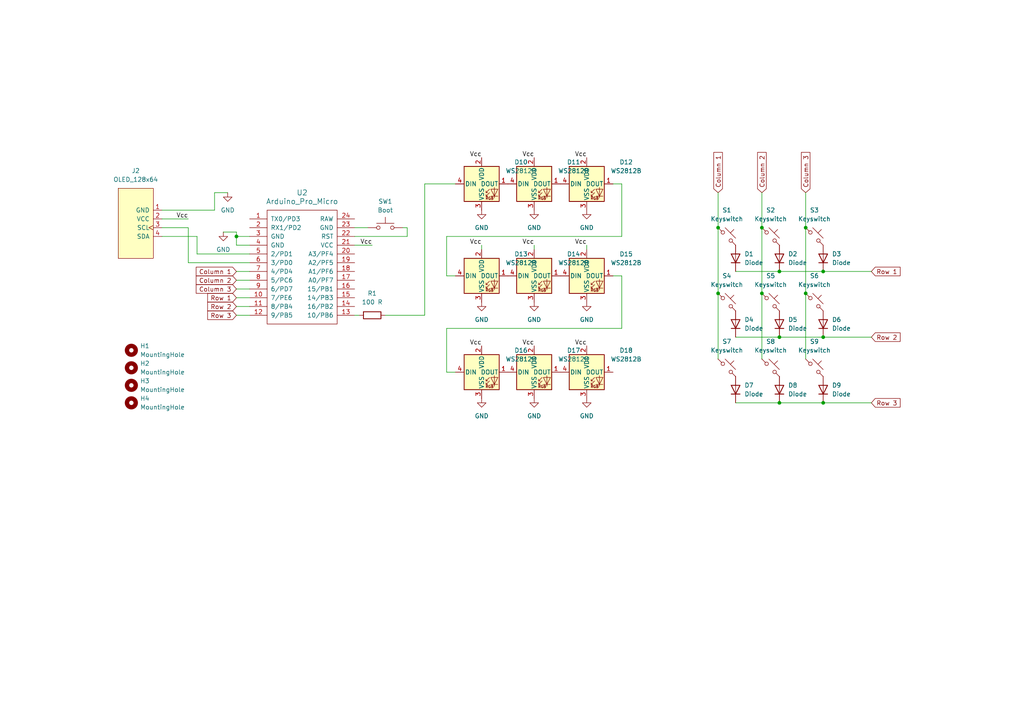
<source format=kicad_sch>
(kicad_sch (version 20231120) (generator "eeschema") (generator_version "8.0")
  (paper "A4")
  (lib_symbols
    (symbol "Device:R" (pin_numbers hide) (pin_names (offset 0))
      (property "Reference" "R" (at 2.032 0 90))
      (property "Value" "R" (at 0 0 90))
      (symbol "R_0_1"
        (rectangle (start -1.016 -2.54) (end 1.016 2.54) (stroke (width 0.254)))
      )
      (symbol "R_1_1"
        (pin passive line (at 0 3.81 270) (length 1.27) (name "~") (number "1"))
        (pin passive line (at 0 -3.81 90) (length 1.27) (name "~") (number "2"))
      )
    )
    (symbol "Mechanical:MountingHole" (pin_names (offset 1.016)) (exclude_from_sim yes) (in_bom no)
      (property "Reference" "H" (at 0 5.08 0))
      (property "Value" "MountingHole" (at 0 3.175 0))
      (symbol "MountingHole_0_1"
        (circle (center 0 0) (radius 1.27) (stroke (width 1.27)))
      )
    )
    (symbol "ScottoKeebs:MCU_Arduino_Pro_Micro" (pin_names (offset 1.016))
      (property "Reference" "U" (at 0 0 0))
      (property "Value" "Arduino_Pro_Micro" (at 0 -19.05 0))
      (symbol "MCU_Arduino_Pro_Micro_0_1"
        (rectangle (start -10.16 16.51) (end 10.16 -16.51))
      )
      (symbol "MCU_Arduino_Pro_Micro_1_1"
        (pin input line (at -15.24 13.97 0) (length 5.08) (name "TX0/PD3") (number "1"))
        (pin input line (at -15.24 -8.89 0) (length 5.08) (name "7/PE6") (number "10"))
        (pin input line (at -15.24 -11.43 0) (length 5.08) (name "8/PB4") (number "11"))
        (pin input line (at -15.24 -13.97 0) (length 5.08) (name "9/PB5") (number "12"))
        (pin input line (at 15.24 -13.97 180) (length 5.08) (name "10/PB6") (number "13"))
        (pin input line (at 15.24 -11.43 180) (length 5.08) (name "16/PB2") (number "14"))
        (pin input line (at 15.24 -8.89 180) (length 5.08) (name "14/PB3") (number "15"))
        (pin input line (at 15.24 -6.35 180) (length 5.08) (name "15/PB1") (number "16"))
        (pin input line (at 15.24 -3.81 180) (length 5.08) (name "A0/PF7") (number "17"))
        (pin input line (at 15.24 -1.27 180) (length 5.08) (name "A1/PF6") (number "18"))
        (pin input line (at 15.24 1.27 180) (length 5.08) (name "A2/PF5") (number "19"))
        (pin input line (at -15.24 11.43 0) (length 5.08) (name "RX1/PD2") (number "2"))
        (pin input line (at 15.24 3.81 180) (length 5.08) (name "A3/PF4") (number "20"))
        (pin input line (at 15.24 6.35 180) (length 5.08) (name "VCC") (number "21"))
        (pin input line (at 15.24 8.89 180) (length 5.08) (name "RST") (number "22"))
        (pin input line (at 15.24 11.43 180) (length 5.08) (name "GND") (number "23"))
        (pin input line (at 15.24 13.97 180) (length 5.08) (name "RAW") (number "24"))
        (pin input line (at -15.24 8.89 0) (length 5.08) (name "GND") (number "3"))
        (pin input line (at -15.24 6.35 0) (length 5.08) (name "GND") (number "4"))
        (pin input line (at -15.24 3.81 0) (length 5.08) (name "2/PD1") (number "5"))
        (pin input line (at -15.24 1.27 0) (length 5.08) (name "3/PD0") (number "6"))
        (pin input line (at -15.24 -1.27 0) (length 5.08) (name "4/PD4") (number "7"))
        (pin input line (at -15.24 -3.81 0) (length 5.08) (name "5/PC6") (number "8"))
        (pin input line (at -15.24 -6.35 0) (length 5.08) (name "6/PD7") (number "9"))
      )
    )
    (symbol "ScottoKeebs:OLED_128x64" (pin_names (offset 1.016))
      (property "Reference" "J" (at 0 -11.43 0))
      (property "Value" "OLED_128x64" (at 0 -7.62 0))
      (symbol "OLED_128x64_0_1"
        (rectangle (start 10.16 -10.16) (end -10.16 0) (fill (type background)))
      )
      (symbol "OLED_128x64_1_1"
        (pin power_in line (at -3.81 2.54 270) (length 2.54) (name "GND") (number "1"))
        (pin power_in line (at -1.27 2.54 270) (length 2.54) (name "VCC") (number "2"))
        (pin input clock (at 1.27 2.54 270) (length 2.54) (name "SCL") (number "3"))
        (pin bidirectional line (at 3.81 2.54 270) (length 2.54) (name "SDA") (number "4"))
      )
    )
    (symbol "ScottoKeebs:Placeholder_Diode" (pin_numbers hide) (pin_names hide)
      (property "Reference" "D" (at 0 2.54 0))
      (property "Value" "Diode" (at 0 -2.54 0))
      (symbol "Placeholder_Diode_0_1"
        (polyline (pts (xy -1.27 1.27) (xy -1.27 -1.27)) (stroke (width 0.254)))
        (polyline (pts (xy 1.27 0) (xy -1.27 0)))
        (polyline (pts (xy 1.27 1.27) (xy 1.27 -1.27) (xy -1.27 0) (xy 1.27 1.27)) (stroke (width 0.254)))
      )
      (symbol "Placeholder_Diode_1_1"
        (pin passive line (at -3.81 0 0) (length 2.54) (name "K") (number "1"))
        (pin passive line (at 3.81 0 180) (length 2.54) (name "A") (number "2"))
      )
    )
    (symbol "ScottoKeebs:Placeholder_Keyswitch" (pin_numbers hide) (pin_names (offset 1.016) hide)
      (property "Reference" "S" (at 3.048 1.016 0))
      (property "Value" "Keyswitch" (at 0 -3.81 0))
      (symbol "Placeholder_Keyswitch_0_1"
        (circle (center -1.1684 1.1684) (radius 0.508))
        (polyline (pts (xy -0.508 2.54) (xy 2.54 -0.508)))
        (polyline (pts (xy 1.016 1.016) (xy 2.032 2.032)))
        (polyline (pts (xy -2.54 2.54) (xy -1.524 1.524) (xy -1.524 1.524)))
        (polyline (pts (xy 1.524 -1.524) (xy 2.54 -2.54) (xy 2.54 -2.54) (xy 2.54 -2.54)))
        (circle (center 1.143 -1.1938) (radius 0.508))
        (pin passive line (at -2.54 2.54 0) (length 0) (name "1") (number "1"))
        (pin passive line (at 2.54 -2.54 180) (length 0) (name "2") (number "2"))
      )
    )
    (symbol "Soso_RGB LED 1.6x1.5mm:WS2812B" (pin_names (offset 0.254))
      (property "Reference" "D" (at 5.08 5.715 0))
      (property "Value" "WS2812B" (at 1.27 -5.715 0))
      (symbol "WS2812B_0_0"
        (text "RGB" (at 2.286 -4.191 0) (effects (font (size 0.762 0.762))))
      )
      (symbol "WS2812B_0_1"
        (polyline (pts (xy 1.27 -3.556) (xy 1.778 -3.556)))
        (polyline (pts (xy 1.27 -2.54) (xy 1.778 -2.54)))
        (polyline (pts (xy 4.699 -3.556) (xy 2.667 -3.556)))
        (polyline (pts (xy 2.286 -2.54) (xy 1.27 -3.556) (xy 1.27 -3.048)))
        (polyline (pts (xy 2.286 -1.524) (xy 1.27 -2.54) (xy 1.27 -2.032)))
        (polyline (pts (xy 3.683 -1.016) (xy 3.683 -3.556) (xy 3.683 -4.064)))
        (polyline (pts (xy 4.699 -1.524) (xy 2.667 -1.524) (xy 3.683 -3.556) (xy 4.699 -1.524)))
        (rectangle (start 5.08 5.08) (end -5.08 -5.08) (stroke (width 0.254)) (fill (type background)))
      )
      (symbol "WS2812B_1_1"
        (pin output line (at 7.62 0 180) (length 2.54) (name "DOUT") (number "1"))
        (pin power_in line (at 0 7.62 270) (length 2.54) (name "VDD") (number "2"))
        (pin power_in line (at 0 -7.62 90) (length 2.54) (name "VSS") (number "3"))
        (pin input line (at -7.62 0 0) (length 2.54) (name "DIN") (number "4"))
      )
    )
    (symbol "Switch:SW_Push" (pin_numbers hide) (pin_names (offset 1.016) hide)
      (property "Reference" "SW" (at 1.27 2.54 0))
      (property "Value" "SW_Push" (at 0 -1.524 0))
      (symbol "SW_Push_0_1"
        (circle (center -2.032 0) (radius 0.508))
        (polyline (pts (xy 0 1.27) (xy 0 3.048)))
        (polyline (pts (xy 2.54 1.27) (xy -2.54 1.27)))
        (circle (center 2.032 0) (radius 0.508))
        (pin passive line (at -5.08 0 0) (length 2.54) (name "1") (number "1"))
        (pin passive line (at 5.08 0 180) (length 2.54) (name "2") (number "2"))
      )
    )
    (symbol "power:GND" (power) (pin_numbers hide) (pin_names (offset 0) hide)
      (property "Value" "GND" (at 0 -3.81 0))
      (symbol "GND_0_1"
        (polyline (pts (xy 0 0) (xy 0 -1.27) (xy 1.27 -1.27) (xy 0 -2.54) (xy -1.27 -1.27) (xy 0 -1.27)))
      )
      (symbol "GND_1_1"
        (pin power_in line (at 0 0 270) (length 0) (name "~") (number "1"))
      )
    )
  )
  (junction (at 220.98 85.09))
  (junction (at 226.06 116.84))
  (junction (at 238.76 78.74))
  (junction (at 208.28 66.04))
  (junction (at 238.76 97.79))
  (junction (at 68.58 68.58))
  (junction (at 233.68 85.09))
  (junction (at 226.06 97.79))
  (junction (at 233.68 66.04))
  (junction (at 238.76 116.84))
  (junction (at 220.98 66.04))
  (junction (at 226.06 78.74))
  (junction (at 208.28 85.09))
  (wire (pts (xy 68.58 81.28) (xy 72.39 81.28)))
  (wire (pts (xy 62.23 55.88) (xy 62.23 60.96)))
  (wire (pts (xy 57.15 73.66) (xy 72.39 73.66)))
  (wire (pts (xy 68.58 86.36) (xy 72.39 86.36)))
  (wire (pts (xy 68.58 91.44) (xy 72.39 91.44)))
  (wire (pts (xy 252.73 97.79) (xy 238.76 97.79)))
  (wire (pts (xy 111.76 91.44) (xy 123.19 91.44)))
  (wire (pts (xy 213.36 97.79) (xy 226.06 97.79)))
  (wire (pts (xy 226.06 78.74) (xy 238.76 78.74)))
  (wire (pts (xy 226.06 116.84) (xy 238.76 116.84)))
  (wire (pts (xy 62.23 60.96) (xy 46.99 60.96)))
  (wire (pts (xy 118.11 68.58) (xy 118.11 66.04)))
  (wire (pts (xy 72.39 68.58) (xy 68.58 68.58)))
  (wire (pts (xy 129.54 95.25) (xy 129.54 107.95)))
  (wire (pts (xy 102.87 91.44) (xy 104.14 91.44)))
  (wire (pts (xy 252.73 78.74) (xy 238.76 78.74)))
  (wire (pts (xy 123.19 53.34) (xy 123.19 91.44)))
  (wire (pts (xy 233.68 55.88) (xy 233.68 66.04)))
  (wire (pts (xy 213.36 78.74) (xy 226.06 78.74)))
  (wire (pts (xy 170.18 71.12) (xy 170.18 72.39)))
  (wire (pts (xy 129.54 68.58) (xy 129.54 80.01)))
  (wire (pts (xy 220.98 85.09) (xy 220.98 104.14)))
  (wire (pts (xy 252.73 116.84) (xy 238.76 116.84)))
  (wire (pts (xy 46.99 66.04) (xy 54.61 66.04)))
  (wire (pts (xy 54.61 66.04) (xy 54.61 76.2)))
  (wire (pts (xy 68.58 78.74) (xy 72.39 78.74)))
  (wire (pts (xy 233.68 66.04) (xy 233.68 85.09)))
  (wire (pts (xy 68.58 88.9) (xy 72.39 88.9)))
  (wire (pts (xy 54.61 63.5) (xy 46.99 63.5)))
  (wire (pts (xy 180.34 53.34) (xy 180.34 68.58)))
  (wire (pts (xy 208.28 85.09) (xy 208.28 104.14)))
  (wire (pts (xy 180.34 68.58) (xy 129.54 68.58)))
  (wire (pts (xy 102.87 66.04) (xy 106.68 66.04)))
  (wire (pts (xy 177.8 80.01) (xy 180.34 80.01)))
  (wire (pts (xy 154.94 71.12) (xy 154.94 72.39)))
  (wire (pts (xy 123.19 53.34) (xy 132.08 53.34)))
  (wire (pts (xy 213.36 116.84) (xy 226.06 116.84)))
  (wire (pts (xy 72.39 71.12) (xy 68.58 71.12)))
  (wire (pts (xy 129.54 107.95) (xy 132.08 107.95)))
  (wire (pts (xy 68.58 83.82) (xy 72.39 83.82)))
  (wire (pts (xy 139.7 71.12) (xy 139.7 72.39)))
  (wire (pts (xy 68.58 68.58) (xy 68.58 67.31)))
  (wire (pts (xy 118.11 66.04) (xy 116.84 66.04)))
  (wire (pts (xy 233.68 85.09) (xy 233.68 104.14)))
  (wire (pts (xy 208.28 66.04) (xy 208.28 85.09)))
  (wire (pts (xy 220.98 55.88) (xy 220.98 66.04)))
  (wire (pts (xy 62.23 55.88) (xy 66.04 55.88)))
  (wire (pts (xy 129.54 80.01) (xy 132.08 80.01)))
  (wire (pts (xy 226.06 97.79) (xy 238.76 97.79)))
  (wire (pts (xy 102.87 68.58) (xy 118.11 68.58)))
  (wire (pts (xy 102.87 71.12) (xy 107.95 71.12)))
  (wire (pts (xy 208.28 55.88) (xy 208.28 66.04)))
  (wire (pts (xy 46.99 68.58) (xy 57.15 68.58)))
  (wire (pts (xy 68.58 67.31) (xy 64.77 67.31)))
  (wire (pts (xy 68.58 71.12) (xy 68.58 68.58)))
  (wire (pts (xy 54.61 76.2) (xy 72.39 76.2)))
  (wire (pts (xy 180.34 95.25) (xy 129.54 95.25)))
  (wire (pts (xy 177.8 53.34) (xy 180.34 53.34)))
  (wire (pts (xy 180.34 80.01) (xy 180.34 95.25)))
  (wire (pts (xy 220.98 66.04) (xy 220.98 85.09)))
  (wire (pts (xy 57.15 68.58) (xy 57.15 73.66)))
  (label "Vcc" (at 107.95 71.12 180))
  (label "Vcc" (at 154.94 71.12 180))
  (label "Vcc" (at 54.61 63.5 180))
  (label "Vcc" (at 154.94 45.72 180))
  (label "Vcc" (at 170.18 71.12 180))
  (label "Vcc" (at 154.94 100.33 180))
  (label "Vcc" (at 139.7 100.33 180))
  (label "Vcc" (at 139.7 45.72 180))
  (label "Vcc" (at 170.18 45.72 180))
  (label "Vcc" (at 170.18 100.33 180))
  (label "Vcc" (at 139.7 71.12 180))
  (global_label "Column 3" (shape input) (at 68.58 83.82 180) (property "Intersheetrefs" "${INTERSHEET_REFS}" (effects (hide yes))))
  (global_label "Row 1" (shape input) (at 68.58 86.36 180) (property "Intersheetrefs" "${INTERSHEET_REFS}" (effects (hide yes))))
  (global_label "Row 1" (shape input) (at 252.73 78.74 0) (property "Intersheetrefs" "${INTERSHEET_REFS}" (effects (hide yes))))
  (global_label "Column 2" (shape input) (at 68.58 81.28 180) (property "Intersheetrefs" "${INTERSHEET_REFS}" (effects (hide yes))))
  (global_label "Column 1" (shape input) (at 68.58 78.74 180) (property "Intersheetrefs" "${INTERSHEET_REFS}" (effects (hide yes))))
  (global_label "Column 1" (shape input) (at 208.28 55.88 90) (property "Intersheetrefs" "${INTERSHEET_REFS}" (effects (hide yes))))
  (global_label "Row 2" (shape input) (at 252.73 97.79 0) (property "Intersheetrefs" "${INTERSHEET_REFS}" (effects (hide yes))))
  (global_label "Row 3" (shape input) (at 252.73 116.84 0) (property "Intersheetrefs" "${INTERSHEET_REFS}" (effects (hide yes))))
  (global_label "Row 3" (shape input) (at 68.58 91.44 180) (property "Intersheetrefs" "${INTERSHEET_REFS}" (effects (hide yes))))
  (global_label "Column 3" (shape input) (at 233.68 55.88 90) (property "Intersheetrefs" "${INTERSHEET_REFS}" (effects (hide yes))))
  (global_label "Column 2" (shape input) (at 220.98 55.88 90) (property "Intersheetrefs" "${INTERSHEET_REFS}" (effects (hide yes))))
  (global_label "Row 2" (shape input) (at 68.58 88.9 180) (property "Intersheetrefs" "${INTERSHEET_REFS}" (effects (hide yes))))
  (symbol (lib_id "power:GND") (at 154.94 115.57 0) (unit 1)
    (property "Reference" "#PWR06" (effects (hide yes)))
    (property "Value" "GND" (at 154.94 120.65 0))
    (property "Description" "Power symbol creates a global label with name \"GND\" , ground" (effects (hide yes)))
  )
  (symbol (lib_id "Soso_RGB LED 1.6x1.5mm:WS2812B") (at 154.94 53.34 0) (unit 1)
    (property "Reference" "D11" (at 166.37 47.0214 0))
    (property "Value" "WS2812B" (at 166.37 49.5614 0))
    (property "Footprint" "Soso:Soso_RGB LED 1.6x1.5mm" (effects (hide yes)))
    (property "Datasheet" "https://cdn-shop.adafruit.com/datasheets/WS2812B.pdf" (effects (hide yes)))
    (property "Description" "RGB LED with integrated controller" (effects (hide yes)))
  )
  (symbol (lib_id "Device:R") (at 107.95 91.44 90) (unit 1)
    (property "Reference" "R1" (at 107.95 85.09 90))
    (property "Value" "100 R" (at 107.95 87.63 90))
    (property "Footprint" "Resistor_SMD:R_0805_2012Metric" (effects (hide yes)))
    (property "Description" "Resistor" (effects (hide yes)))
  )
  (symbol (lib_id "Soso_RGB LED 1.6x1.5mm:WS2812B") (at 170.18 107.95 0) (unit 1)
    (property "Reference" "D18" (at 181.61 101.6314 0))
    (property "Value" "WS2812B" (at 181.61 104.1714 0))
    (property "Footprint" "Soso:Soso_RGB LED 1.6x1.5mm" (effects (hide yes)))
    (property "Datasheet" "https://cdn-shop.adafruit.com/datasheets/WS2812B.pdf" (effects (hide yes)))
    (property "Description" "RGB LED with integrated controller" (effects (hide yes)))
  )
  (symbol (lib_id "Mechanical:MountingHole") (at 38.1 106.68 0) (unit 1) (exclude_from_sim yes) (in_bom no)
    (property "Reference" "H2" (at 40.64 105.4099 0) (effects (justify left)))
    (property "Value" "MountingHole" (at 40.64 107.9499 0) (effects (justify left)))
    (property "Footprint" "MountingHole:MountingHole_3.2mm_M3_DIN965_Pad" (effects (hide yes)))
    (property "Description" "Mounting Hole without connection" (effects (hide yes)))
  )
  (symbol (lib_id "power:GND") (at 139.7 87.63 0) (unit 1)
    (property "Reference" "#PWR010" (effects (hide yes)))
    (property "Value" "GND" (at 139.7 92.71 0))
    (property "Description" "Power symbol creates a global label with name \"GND\" , ground" (effects (hide yes)))
  )
  (symbol (lib_id "Mechanical:MountingHole") (at 38.1 116.84 0) (unit 1) (exclude_from_sim yes) (in_bom no)
    (property "Reference" "H4" (at 40.64 115.5699 0) (effects (justify left)))
    (property "Value" "MountingHole" (at 40.64 118.1099 0) (effects (justify left)))
    (property "Footprint" "MountingHole:MountingHole_3.2mm_M3_DIN965_Pad" (effects (hide yes)))
    (property "Description" "Mounting Hole without connection" (effects (hide yes)))
  )
  (symbol (lib_id "ScottoKeebs:Placeholder_Keyswitch") (at 236.22 87.63 0) (unit 1)
    (property "Reference" "S6" (at 236.22 80.01 0))
    (property "Value" "Keyswitch" (at 236.22 82.55 0))
    (property "Footprint" "ScottoKeebs_MX:MX_PCB_1.00u" (effects (hide yes)))
    (property "Description" "Push button switch, normally open, two pins, 45° tilted" (effects (hide yes)))
  )
  (symbol (lib_id "Soso_RGB LED 1.6x1.5mm:WS2812B") (at 170.18 53.34 0) (unit 1)
    (property "Reference" "D12" (at 181.61 47.0214 0))
    (property "Value" "WS2812B" (at 181.61 49.5614 0))
    (property "Footprint" "Soso:Soso_RGB LED 1.6x1.5mm" (effects (hide yes)))
    (property "Datasheet" "https://cdn-shop.adafruit.com/datasheets/WS2812B.pdf" (effects (hide yes)))
    (property "Description" "RGB LED with integrated controller" (effects (hide yes)))
  )
  (symbol (lib_id "power:GND") (at 170.18 115.57 0) (unit 1)
    (property "Reference" "#PWR08" (effects (hide yes)))
    (property "Value" "GND" (at 170.18 120.65 0))
    (property "Description" "Power symbol creates a global label with name \"GND\" , ground" (effects (hide yes)))
  )
  (symbol (lib_id "ScottoKeebs:Placeholder_Keyswitch") (at 236.22 106.68 0) (unit 1)
    (property "Reference" "S9" (at 236.22 99.06 0))
    (property "Value" "Keyswitch" (at 236.22 101.6 0))
    (property "Footprint" "ScottoKeebs_MX:MX_PCB_1.00u" (effects (hide yes)))
    (property "Description" "Push button switch, normally open, two pins, 45° tilted" (effects (hide yes)))
  )
  (symbol (lib_id "ScottoKeebs:Placeholder_Keyswitch") (at 223.52 87.63 0) (unit 1)
    (property "Reference" "S5" (at 223.52 80.01 0))
    (property "Value" "Keyswitch" (at 223.52 82.55 0))
    (property "Footprint" "ScottoKeebs_MX:MX_PCB_1.00u" (effects (hide yes)))
    (property "Description" "Push button switch, normally open, two pins, 45° tilted" (effects (hide yes)))
  )
  (symbol (lib_id "Switch:SW_Push") (at 111.76 66.04 0) (unit 1)
    (property "Reference" "SW1" (at 111.76 58.42 0))
    (property "Value" "Boot" (at 111.76 60.96 0))
    (property "Footprint" "Button_Switch_THT:SW_PUSH_6mm_H4.3mm" (effects (hide yes)))
    (property "Description" "Push button switch, generic, two pins" (effects (hide yes)))
  )
  (symbol (lib_id "power:GND") (at 66.04 55.88 0) (unit 1)
    (property "Reference" "#PWR01" (effects (hide yes)))
    (property "Value" "GND" (at 66.04 60.96 0))
    (property "Description" "Power symbol creates a global label with name \"GND\" , ground" (effects (hide yes)))
  )
  (symbol (lib_id "ScottoKeebs:Placeholder_Keyswitch") (at 210.82 68.58 0) (unit 1)
    (property "Reference" "S1" (at 210.82 60.96 0))
    (property "Value" "Keyswitch" (at 210.82 63.5 0))
    (property "Footprint" "ScottoKeebs_MX:MX_PCB_1.00u" (effects (hide yes)))
    (property "Description" "Push button switch, normally open, two pins, 45° tilted" (effects (hide yes)))
  )
  (symbol (lib_id "ScottoKeebs:Placeholder_Keyswitch") (at 223.52 68.58 0) (unit 1)
    (property "Reference" "S2" (at 223.52 60.96 0))
    (property "Value" "Keyswitch" (at 223.52 63.5 0))
    (property "Footprint" "ScottoKeebs_MX:MX_PCB_1.00u" (effects (hide yes)))
    (property "Description" "Push button switch, normally open, two pins, 45° tilted" (effects (hide yes)))
  )
  (symbol (lib_id "ScottoKeebs:MCU_Arduino_Pro_Micro") (at 87.63 77.47 0) (unit 1)
    (property "Reference" "U2" (at 87.63 55.88 0) (effects (font (size 1.524 1.524))))
    (property "Value" "Arduino_Pro_Micro" (at 87.63 58.42 0) (effects (font (size 1.524 1.524))))
    (property "Footprint" "ScottoKeebs_MCU:Arduino_Pro_Micro" (effects (hide yes)))
  )
  (symbol (lib_id "ScottoKeebs:Placeholder_Diode") (at 238.76 113.03 90) (unit 1)
    (property "Reference" "D9" (at 241.3 111.7599 90) (effects (justify right)))
    (property "Value" "Diode" (at 241.3 114.2999 90) (effects (justify right)))
    (property "Footprint" "ScottoKeebs_Components:Diode_SOD-123" (effects (hide yes)))
    (property "Description" "1N4148 (DO-35) or 1N4148W (SOD-123)" (effects (hide yes)))
    (property "Sim.Device" "D" (effects (hide yes)))
    (property "Sim.Pins" "1=K 2=A" (effects (hide yes)))
  )
  (symbol (lib_id "ScottoKeebs:Placeholder_Diode") (at 213.36 113.03 90) (unit 1)
    (property "Reference" "D7" (at 215.9 111.7599 90) (effects (justify right)))
    (property "Value" "Diode" (at 215.9 114.2999 90) (effects (justify right)))
    (property "Footprint" "ScottoKeebs_Components:Diode_SOD-123" (effects (hide yes)))
    (property "Description" "1N4148 (DO-35) or 1N4148W (SOD-123)" (effects (hide yes)))
    (property "Sim.Device" "D" (effects (hide yes)))
    (property "Sim.Pins" "1=K 2=A" (effects (hide yes)))
  )
  (symbol (lib_id "Soso_RGB LED 1.6x1.5mm:WS2812B") (at 170.18 80.01 0) (unit 1)
    (property "Reference" "D15" (at 181.61 73.6914 0))
    (property "Value" "WS2812B" (at 181.61 76.2314 0))
    (property "Footprint" "Soso:Soso_RGB LED 1.6x1.5mm" (effects (hide yes)))
    (property "Datasheet" "https://cdn-shop.adafruit.com/datasheets/WS2812B.pdf" (effects (hide yes)))
    (property "Description" "RGB LED with integrated controller" (effects (hide yes)))
  )
  (symbol (lib_id "ScottoKeebs:Placeholder_Keyswitch") (at 223.52 106.68 0) (unit 1)
    (property "Reference" "S8" (at 223.52 99.06 0))
    (property "Value" "Keyswitch" (at 223.52 101.6 0))
    (property "Footprint" "ScottoKeebs_MX:MX_PCB_1.00u" (effects (hide yes)))
    (property "Description" "Push button switch, normally open, two pins, 45° tilted" (effects (hide yes)))
  )
  (symbol (lib_id "Mechanical:MountingHole") (at 38.1 101.6 0) (unit 1) (exclude_from_sim yes) (in_bom no)
    (property "Reference" "H1" (at 40.64 100.3299 0) (effects (justify left)))
    (property "Value" "MountingHole" (at 40.64 102.8699 0) (effects (justify left)))
    (property "Footprint" "MountingHole:MountingHole_3.2mm_M3_DIN965_Pad" (effects (hide yes)))
    (property "Description" "Mounting Hole without connection" (effects (hide yes)))
  )
  (symbol (lib_id "ScottoKeebs:Placeholder_Keyswitch") (at 210.82 106.68 0) (unit 1)
    (property "Reference" "S7" (at 210.82 99.06 0))
    (property "Value" "Keyswitch" (at 210.82 101.6 0))
    (property "Footprint" "ScottoKeebs_MX:MX_PCB_1.00u" (effects (hide yes)))
    (property "Description" "Push button switch, normally open, two pins, 45° tilted" (effects (hide yes)))
  )
  (symbol (lib_id "ScottoKeebs:Placeholder_Diode") (at 226.06 74.93 90) (unit 1)
    (property "Reference" "D2" (at 228.6 73.6599 90) (effects (justify right)))
    (property "Value" "Diode" (at 228.6 76.1999 90) (effects (justify right)))
    (property "Footprint" "ScottoKeebs_Components:Diode_SOD-123" (effects (hide yes)))
    (property "Description" "1N4148 (DO-35) or 1N4148W (SOD-123)" (effects (hide yes)))
    (property "Sim.Device" "D" (effects (hide yes)))
    (property "Sim.Pins" "1=K 2=A" (effects (hide yes)))
  )
  (symbol (lib_id "ScottoKeebs:Placeholder_Diode") (at 213.36 93.98 90) (unit 1)
    (property "Reference" "D4" (at 215.9 92.7099 90) (effects (justify right)))
    (property "Value" "Diode" (at 215.9 95.2499 90) (effects (justify right)))
    (property "Footprint" "ScottoKeebs_Components:Diode_SOD-123" (effects (hide yes)))
    (property "Description" "1N4148 (DO-35) or 1N4148W (SOD-123)" (effects (hide yes)))
    (property "Sim.Device" "D" (effects (hide yes)))
    (property "Sim.Pins" "1=K 2=A" (effects (hide yes)))
  )
  (symbol (lib_id "power:GND") (at 154.94 60.96 0) (unit 1)
    (property "Reference" "#PWR04" (effects (hide yes)))
    (property "Value" "GND" (at 154.94 66.04 0))
    (property "Description" "Power symbol creates a global label with name \"GND\" , ground" (effects (hide yes)))
  )
  (symbol (lib_id "Soso_RGB LED 1.6x1.5mm:WS2812B") (at 139.7 107.95 0) (unit 1)
    (property "Reference" "D16" (at 151.13 101.6314 0))
    (property "Value" "WS2812B" (at 151.13 104.1714 0))
    (property "Footprint" "Soso:Soso_RGB LED 1.6x1.5mm" (effects (hide yes)))
    (property "Datasheet" "https://cdn-shop.adafruit.com/datasheets/WS2812B.pdf" (effects (hide yes)))
    (property "Description" "RGB LED with integrated controller" (effects (hide yes)))
  )
  (symbol (lib_id "ScottoKeebs:Placeholder_Diode") (at 226.06 113.03 90) (unit 1)
    (property "Reference" "D8" (at 228.6 111.7599 90) (effects (justify right)))
    (property "Value" "Diode" (at 228.6 114.2999 90) (effects (justify right)))
    (property "Footprint" "ScottoKeebs_Components:Diode_SOD-123" (effects (hide yes)))
    (property "Description" "1N4148 (DO-35) or 1N4148W (SOD-123)" (effects (hide yes)))
    (property "Sim.Device" "D" (effects (hide yes)))
    (property "Sim.Pins" "1=K 2=A" (effects (hide yes)))
  )
  (symbol (lib_id "power:GND") (at 139.7 115.57 0) (unit 1)
    (property "Reference" "#PWR07" (effects (hide yes)))
    (property "Value" "GND" (at 139.7 120.65 0))
    (property "Description" "Power symbol creates a global label with name \"GND\" , ground" (effects (hide yes)))
  )
  (symbol (lib_id "power:GND") (at 139.7 60.96 0) (unit 1)
    (property "Reference" "#PWR011" (effects (hide yes)))
    (property "Value" "GND" (at 139.7 66.04 0))
    (property "Description" "Power symbol creates a global label with name \"GND\" , ground" (effects (hide yes)))
  )
  (symbol (lib_id "power:GND") (at 64.77 67.31 0) (unit 1)
    (property "Reference" "#PWR02" (effects (hide yes)))
    (property "Value" "GND" (at 64.77 72.39 0))
    (property "Description" "Power symbol creates a global label with name \"GND\" , ground" (effects (hide yes)))
  )
  (symbol (lib_id "ScottoKeebs:Placeholder_Diode") (at 238.76 93.98 90) (unit 1)
    (property "Reference" "D6" (at 241.3 92.7099 90) (effects (justify right)))
    (property "Value" "Diode" (at 241.3 95.2499 90) (effects (justify right)))
    (property "Footprint" "ScottoKeebs_Components:Diode_SOD-123" (effects (hide yes)))
    (property "Description" "1N4148 (DO-35) or 1N4148W (SOD-123)" (effects (hide yes)))
    (property "Sim.Device" "D" (effects (hide yes)))
    (property "Sim.Pins" "1=K 2=A" (effects (hide yes)))
  )
  (symbol (lib_id "power:GND") (at 154.94 87.63 0) (unit 1)
    (property "Reference" "#PWR05" (effects (hide yes)))
    (property "Value" "GND" (at 154.94 92.71 0))
    (property "Description" "Power symbol creates a global label with name \"GND\" , ground" (effects (hide yes)))
  )
  (symbol (lib_id "ScottoKeebs:Placeholder_Diode") (at 238.76 74.93 90) (unit 1)
    (property "Reference" "D3" (at 241.3 73.6599 90) (effects (justify right)))
    (property "Value" "Diode" (at 241.3 76.1999 90) (effects (justify right)))
    (property "Footprint" "ScottoKeebs_Components:Diode_SOD-123" (effects (hide yes)))
    (property "Description" "1N4148 (DO-35) or 1N4148W (SOD-123)" (effects (hide yes)))
    (property "Sim.Device" "D" (effects (hide yes)))
    (property "Sim.Pins" "1=K 2=A" (effects (hide yes)))
  )
  (symbol (lib_id "power:GND") (at 170.18 87.63 0) (unit 1)
    (property "Reference" "#PWR09" (effects (hide yes)))
    (property "Value" "GND" (at 170.18 92.71 0))
    (property "Description" "Power symbol creates a global label with name \"GND\" , ground" (effects (hide yes)))
  )
  (symbol (lib_id "ScottoKeebs:Placeholder_Keyswitch") (at 236.22 68.58 0) (unit 1)
    (property "Reference" "S3" (at 236.22 60.96 0))
    (property "Value" "Keyswitch" (at 236.22 63.5 0))
    (property "Footprint" "ScottoKeebs_MX:MX_PCB_1.00u" (effects (hide yes)))
    (property "Description" "Push button switch, normally open, two pins, 45° tilted" (effects (hide yes)))
  )
  (symbol (lib_id "ScottoKeebs:Placeholder_Diode") (at 213.36 74.93 90) (unit 1)
    (property "Reference" "D1" (at 215.9 73.6599 90) (effects (justify right)))
    (property "Value" "Diode" (at 215.9 76.1999 90) (effects (justify right)))
    (property "Footprint" "ScottoKeebs_Components:Diode_SOD-123" (effects (hide yes)))
    (property "Description" "1N4148 (DO-35) or 1N4148W (SOD-123)" (effects (hide yes)))
    (property "Sim.Device" "D" (effects (hide yes)))
    (property "Sim.Pins" "1=K 2=A" (effects (hide yes)))
  )
  (symbol (lib_id "Soso_RGB LED 1.6x1.5mm:WS2812B") (at 154.94 107.95 0) (unit 1)
    (property "Reference" "D17" (at 166.37 101.6314 0))
    (property "Value" "WS2812B" (at 166.37 104.1714 0))
    (property "Footprint" "Soso:Soso_RGB LED 1.6x1.5mm" (effects (hide yes)))
    (property "Datasheet" "https://cdn-shop.adafruit.com/datasheets/WS2812B.pdf" (effects (hide yes)))
    (property "Description" "RGB LED with integrated controller" (effects (hide yes)))
  )
  (symbol (lib_id "Soso_RGB LED 1.6x1.5mm:WS2812B") (at 139.7 80.01 0) (unit 1)
    (property "Reference" "D13" (at 151.13 73.6914 0))
    (property "Value" "WS2812B" (at 151.13 76.2314 0))
    (property "Footprint" "Soso:Soso_RGB LED 1.6x1.5mm" (effects (hide yes)))
    (property "Datasheet" "https://cdn-shop.adafruit.com/datasheets/WS2812B.pdf" (effects (hide yes)))
    (property "Description" "RGB LED with integrated controller" (effects (hide yes)))
  )
  (symbol (lib_id "Soso_RGB LED 1.6x1.5mm:WS2812B") (at 154.94 80.01 0) (unit 1)
    (property "Reference" "D14" (at 166.37 73.6914 0))
    (property "Value" "WS2812B" (at 166.37 76.2314 0))
    (property "Footprint" "Soso:Soso_RGB LED 1.6x1.5mm" (effects (hide yes)))
    (property "Datasheet" "https://cdn-shop.adafruit.com/datasheets/WS2812B.pdf" (effects (hide yes)))
    (property "Description" "RGB LED with integrated controller" (effects (hide yes)))
  )
  (symbol (lib_id "ScottoKeebs:Placeholder_Diode") (at 226.06 93.98 90) (unit 1)
    (property "Reference" "D5" (at 228.6 92.7099 90) (effects (justify right)))
    (property "Value" "Diode" (at 228.6 95.2499 90) (effects (justify right)))
    (property "Footprint" "ScottoKeebs_Components:Diode_SOD-123" (effects (hide yes)))
    (property "Description" "1N4148 (DO-35) or 1N4148W (SOD-123)" (effects (hide yes)))
    (property "Sim.Device" "D" (effects (hide yes)))
    (property "Sim.Pins" "1=K 2=A" (effects (hide yes)))
  )
  (symbol (lib_id "Mechanical:MountingHole") (at 38.1 111.76 0) (unit 1) (exclude_from_sim yes) (in_bom no)
    (property "Reference" "H3" (at 40.64 110.4899 0) (effects (justify left)))
    (property "Value" "MountingHole" (at 40.64 113.0299 0) (effects (justify left)))
    (property "Footprint" "MountingHole:MountingHole_3.2mm_M3_DIN965_Pad" (effects (hide yes)))
    (property "Description" "Mounting Hole without connection" (effects (hide yes)))
  )
  (symbol (lib_id "power:GND") (at 170.18 60.96 0) (unit 1)
    (property "Reference" "#PWR012" (effects (hide yes)))
    (property "Value" "GND" (at 170.18 66.04 0))
    (property "Description" "Power symbol creates a global label with name \"GND\" , ground" (effects (hide yes)))
  )
  (symbol (lib_id "ScottoKeebs:Placeholder_Keyswitch") (at 210.82 87.63 0) (unit 1)
    (property "Reference" "S4" (at 210.82 80.01 0))
    (property "Value" "Keyswitch" (at 210.82 82.55 0))
    (property "Footprint" "ScottoKeebs_MX:MX_PCB_1.00u" (effects (hide yes)))
    (property "Description" "Push button switch, normally open, two pins, 45° tilted" (effects (hide yes)))
  )
  (symbol (lib_id "ScottoKeebs:OLED_128x64") (at 44.45 64.77 270) (unit 1)
    (property "Reference" "J2" (at 39.37 49.53 90))
    (property "Value" "OLED_128x64" (at 39.37 52.07 90))
    (property "Footprint" "Connector_JST:JST_EH_B4B-EH-A_1x04_P2.50mm_Vertical" (effects (hide yes)))
  )
  (symbol (lib_id "Soso_RGB LED 1.6x1.5mm:WS2812B") (at 139.7 53.34 0) (unit 1)
    (property "Reference" "D10" (at 151.13 47.0214 0))
    (property "Value" "WS2812B" (at 151.13 49.5614 0))
    (property "Footprint" "Soso:Soso_RGB LED 1.6x1.5mm" (effects (hide yes)))
    (property "Datasheet" "https://cdn-shop.adafruit.com/datasheets/WS2812B.pdf" (effects (hide yes)))
    (property "Description" "RGB LED with integrated controller" (effects (hide yes)))
  )
)
</source>
